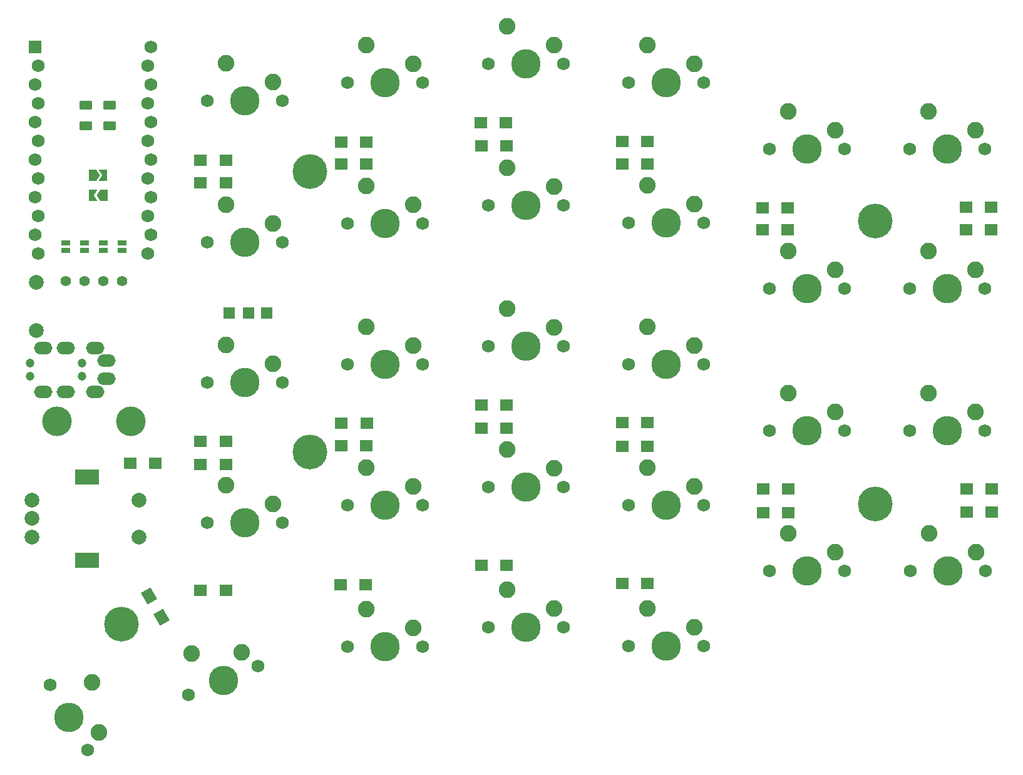
<source format=gts>
G04 #@! TF.GenerationSoftware,KiCad,Pcbnew,(6.0.1)*
G04 #@! TF.CreationDate,2022-07-29T00:13:48+02:00*
G04 #@! TF.ProjectId,SofleKeyboard,536f666c-654b-4657-9962-6f6172642e6b,rev?*
G04 #@! TF.SameCoordinates,Original*
G04 #@! TF.FileFunction,Soldermask,Top*
G04 #@! TF.FilePolarity,Negative*
%FSLAX46Y46*%
G04 Gerber Fmt 4.6, Leading zero omitted, Abs format (unit mm)*
G04 Created by KiCad (PCBNEW (6.0.1)) date 2022-07-29 00:13:48*
%MOMM*%
%LPD*%
G01*
G04 APERTURE LIST*
G04 Aperture macros list*
%AMRoundRect*
0 Rectangle with rounded corners*
0 $1 Rounding radius*
0 $2 $3 $4 $5 $6 $7 $8 $9 X,Y pos of 4 corners*
0 Add a 4 corners polygon primitive as box body*
4,1,4,$2,$3,$4,$5,$6,$7,$8,$9,$2,$3,0*
0 Add four circle primitives for the rounded corners*
1,1,$1+$1,$2,$3*
1,1,$1+$1,$4,$5*
1,1,$1+$1,$6,$7*
1,1,$1+$1,$8,$9*
0 Add four rect primitives between the rounded corners*
20,1,$1+$1,$2,$3,$4,$5,0*
20,1,$1+$1,$4,$5,$6,$7,0*
20,1,$1+$1,$6,$7,$8,$9,0*
20,1,$1+$1,$8,$9,$2,$3,0*%
%AMRotRect*
0 Rectangle, with rotation*
0 The origin of the aperture is its center*
0 $1 length*
0 $2 width*
0 $3 Rotation angle, in degrees counterclockwise*
0 Add horizontal line*
21,1,$1,$2,0,0,$3*%
%AMFreePoly0*
4,1,6,1.000000,0.000000,0.500000,-0.750000,-0.500000,-0.750000,-0.500000,0.750000,0.500000,0.750000,1.000000,0.000000,1.000000,0.000000,$1*%
%AMFreePoly1*
4,1,6,0.500000,-0.750000,-0.650000,-0.750000,-0.150000,0.000000,-0.650000,0.750000,0.500000,0.750000,0.500000,-0.750000,0.500000,-0.750000,$1*%
G04 Aperture macros list end*
%ADD10R,1.752600X1.752600*%
%ADD11C,1.752600*%
%ADD12R,1.143000X0.635000*%
%ADD13R,1.800000X1.500000*%
%ADD14RotRect,1.800000X1.500000X300.000000*%
%ADD15C,1.750000*%
%ADD16C,3.987800*%
%ADD17C,4.000000*%
%ADD18R,1.524000X1.524000*%
%ADD19C,1.397000*%
%ADD20C,2.000000*%
%ADD21R,3.200000X2.000000*%
%ADD22C,1.200000*%
%ADD23O,2.500000X1.700000*%
%ADD24FreePoly0,180.000000*%
%ADD25FreePoly1,180.000000*%
%ADD26FreePoly0,0.000000*%
%ADD27FreePoly1,0.000000*%
%ADD28C,4.700000*%
%ADD29RoundRect,0.250000X-0.625000X0.375000X-0.625000X-0.375000X0.625000X-0.375000X0.625000X0.375000X0*%
%ADD30C,2.250000*%
G04 APERTURE END LIST*
D10*
X92151400Y-42740000D03*
D11*
X92608600Y-45280000D03*
X92151400Y-47820000D03*
X92608600Y-50360000D03*
X92151400Y-52900000D03*
X92608600Y-55440000D03*
X92151400Y-57980000D03*
X92608600Y-60520000D03*
X92151400Y-63060000D03*
X92608600Y-65600000D03*
X92151400Y-68140000D03*
X92608600Y-70680000D03*
X107391400Y-70680000D03*
X107848600Y-68140000D03*
X107391400Y-65600000D03*
X107848600Y-63060000D03*
X107391400Y-60520000D03*
X107848600Y-57980000D03*
X107391400Y-55440000D03*
X107848600Y-52900000D03*
X107391400Y-50360000D03*
X107848600Y-47820000D03*
X107391400Y-45280000D03*
X107848600Y-42740000D03*
D12*
X103900000Y-70200380D03*
X103900000Y-69199620D03*
X101363200Y-70200380D03*
X101363200Y-69199620D03*
X98800000Y-70200380D03*
X98800000Y-69199620D03*
D13*
X114530400Y-58013600D03*
X117930400Y-58013600D03*
X133556800Y-55575200D03*
X136956800Y-55575200D03*
X152427200Y-52933600D03*
X155827200Y-52933600D03*
X171528000Y-55472400D03*
X174928000Y-55472400D03*
X190527200Y-64465200D03*
X193927200Y-64465200D03*
X221460800Y-64362400D03*
X218060800Y-64362400D03*
X114530400Y-61113600D03*
X117930400Y-61113600D03*
X133556800Y-58572400D03*
X136956800Y-58572400D03*
X152527200Y-56133600D03*
X155927200Y-56133600D03*
X171528000Y-58572400D03*
X174928000Y-58572400D03*
X190535200Y-67432400D03*
X193935200Y-67432400D03*
X221460800Y-67462400D03*
X218060800Y-67462400D03*
X114530400Y-96061600D03*
X117930400Y-96061600D03*
X133580400Y-93624400D03*
X136980400Y-93624400D03*
X152528800Y-91186000D03*
X155928800Y-91186000D03*
X171578800Y-93523200D03*
X174978800Y-93523200D03*
X190578000Y-102528000D03*
X193978000Y-102528000D03*
X221511600Y-102481600D03*
X218111600Y-102481600D03*
X114530400Y-99161600D03*
X117930400Y-99161600D03*
X133562000Y-96612000D03*
X136962000Y-96612000D03*
X152528800Y-94286000D03*
X155928800Y-94286000D03*
X171578800Y-96723200D03*
X174978800Y-96723200D03*
X190578000Y-105728000D03*
X193978000Y-105728000D03*
X221538800Y-105664000D03*
X218138800Y-105664000D03*
X105000000Y-99010000D03*
X108400000Y-99010000D03*
D14*
X107570800Y-116943514D03*
X109270800Y-119888000D03*
D13*
X114530400Y-116230400D03*
X117930400Y-116230400D03*
X133478800Y-115417600D03*
X136878800Y-115417600D03*
X152528800Y-112826800D03*
X155928800Y-112826800D03*
D15*
X115420000Y-50000000D03*
X125580000Y-50000000D03*
D16*
X120500000Y-50000000D03*
X120500000Y-69100000D03*
D15*
X115420000Y-69100000D03*
X125580000Y-69100000D03*
X115420000Y-88100000D03*
X125580000Y-88100000D03*
D16*
X120500000Y-88100000D03*
D15*
X115420000Y-107100000D03*
X125580000Y-107100000D03*
D16*
X120500000Y-107100000D03*
X96700000Y-133410000D03*
D15*
X99240000Y-137809409D03*
X94160000Y-129010591D03*
X122276165Y-126415086D03*
D16*
X117600000Y-128400000D03*
D15*
X112923835Y-130384914D03*
X134420000Y-123800000D03*
X144580000Y-123800000D03*
D16*
X139500000Y-123800000D03*
D15*
X163580000Y-121200000D03*
D16*
X158500000Y-121200000D03*
D15*
X153420000Y-121200000D03*
D17*
X95130000Y-93352000D03*
D12*
X96300000Y-70200380D03*
X96300000Y-69199620D03*
D18*
X123500000Y-78710000D03*
X121000000Y-78710000D03*
X118400000Y-78710000D03*
D19*
X96300000Y-74410000D03*
X98840000Y-74410000D03*
X101380000Y-74410000D03*
X103920000Y-74410000D03*
D13*
X171578800Y-115316000D03*
X174978800Y-115316000D03*
D17*
X105130000Y-93336000D03*
D15*
X144580000Y-85600000D03*
X134420000Y-85600000D03*
D16*
X139500000Y-85600000D03*
X139500000Y-104700000D03*
D15*
X134420000Y-104700000D03*
X144580000Y-104700000D03*
D16*
X139500000Y-66600000D03*
D15*
X144580000Y-66600000D03*
X134420000Y-66600000D03*
D16*
X139500000Y-47500000D03*
D15*
X144580000Y-47500000D03*
X134420000Y-47500000D03*
D16*
X158500000Y-83200000D03*
D15*
X163580000Y-83200000D03*
X153420000Y-83200000D03*
X163580000Y-45010000D03*
X153420000Y-45010000D03*
D16*
X158500000Y-45010000D03*
X158500000Y-64100000D03*
D15*
X163580000Y-64100000D03*
X153420000Y-64100000D03*
X163580000Y-102200000D03*
X153420000Y-102200000D03*
D16*
X158500000Y-102200000D03*
D15*
X172420000Y-104700000D03*
D16*
X177500000Y-104700000D03*
D15*
X182580000Y-104700000D03*
X172420000Y-66500000D03*
D16*
X177500000Y-66500000D03*
D15*
X182580000Y-66500000D03*
X182580000Y-123700000D03*
X172420000Y-123700000D03*
D16*
X177500000Y-123700000D03*
D15*
X182580000Y-85600000D03*
D16*
X177500000Y-85600000D03*
D15*
X172420000Y-85600000D03*
X182580000Y-47500000D03*
X172420000Y-47500000D03*
D16*
X177500000Y-47500000D03*
X196500000Y-56500000D03*
D15*
X201580000Y-56500000D03*
X191420000Y-56500000D03*
X191420000Y-113600000D03*
X201580000Y-113600000D03*
D16*
X196500000Y-113600000D03*
D15*
X210420000Y-94600000D03*
X220580000Y-94600000D03*
D16*
X215500000Y-94600000D03*
D15*
X220630000Y-113600000D03*
D16*
X215550000Y-113600000D03*
D15*
X210470000Y-113600000D03*
D16*
X215500000Y-56500000D03*
D15*
X220580000Y-56500000D03*
X210420000Y-56500000D03*
X210420000Y-75400000D03*
X220580000Y-75400000D03*
D16*
X215500000Y-75400000D03*
D15*
X191420000Y-94600000D03*
X201580000Y-94600000D03*
D16*
X196500000Y-94600000D03*
X196500000Y-75400000D03*
D15*
X201580000Y-75400000D03*
X191420000Y-75400000D03*
D20*
X91700000Y-104000000D03*
X91700000Y-109000000D03*
X91700000Y-106500000D03*
D21*
X99200000Y-112100000D03*
X99200000Y-100900000D03*
D20*
X106200000Y-109000000D03*
X106200000Y-104000000D03*
D22*
X91480000Y-87252000D03*
X91480000Y-85502000D03*
X98480000Y-87252000D03*
X98480000Y-85502000D03*
D23*
X100280000Y-89352000D03*
X100280000Y-83402000D03*
X96280000Y-89352000D03*
X96280000Y-83402000D03*
X93280000Y-89352000D03*
X93280000Y-83402000D03*
X101780000Y-87602000D03*
X101780000Y-85152000D03*
D24*
X101425000Y-62810000D03*
D25*
X99975000Y-62810000D03*
D26*
X99950000Y-60110000D03*
D27*
X101400000Y-60110000D03*
D20*
X92280000Y-81052000D03*
X92280000Y-74552000D03*
D28*
X205800000Y-66210000D03*
X103800000Y-120810000D03*
X205800000Y-104510000D03*
X129300000Y-59600000D03*
X129300000Y-97510000D03*
D29*
X102200000Y-50610000D03*
X102200000Y-50610000D03*
X102200000Y-53410000D03*
X102200000Y-53410000D03*
X99000000Y-50610000D03*
X99000000Y-50610000D03*
X99000000Y-53410000D03*
X99000000Y-53410000D03*
D16*
X215500000Y-56500000D03*
D15*
X210420000Y-56500000D03*
X220580000Y-56500000D03*
D30*
X219310000Y-53960000D03*
X212960000Y-51420000D03*
D16*
X158500000Y-121200000D03*
D15*
X153420000Y-121200000D03*
X163580000Y-121200000D03*
D30*
X162310000Y-118660000D03*
X155960000Y-116120000D03*
D15*
X153420000Y-102200000D03*
X163580000Y-102200000D03*
D16*
X158500000Y-102200000D03*
D30*
X162310000Y-99660000D03*
X155960000Y-97120000D03*
D15*
X172420000Y-66500000D03*
D16*
X177500000Y-66500000D03*
D15*
X182580000Y-66500000D03*
D30*
X181310000Y-63960000D03*
X174960000Y-61420000D03*
D15*
X172420000Y-47500000D03*
D16*
X177500000Y-47500000D03*
D15*
X182580000Y-47500000D03*
D30*
X181310000Y-44960000D03*
X174960000Y-42420000D03*
D16*
X139500000Y-123800000D03*
D15*
X144580000Y-123800000D03*
X134420000Y-123800000D03*
D30*
X143310000Y-121260000D03*
X136960000Y-118720000D03*
D15*
X134420000Y-104700000D03*
D16*
X139500000Y-104700000D03*
D15*
X144580000Y-104700000D03*
D30*
X143310000Y-102160000D03*
X136960000Y-99620000D03*
D15*
X201580000Y-113600000D03*
D16*
X196500000Y-113600000D03*
D15*
X191420000Y-113600000D03*
D30*
X200310000Y-111060000D03*
X193960000Y-108520000D03*
D15*
X153420000Y-45010000D03*
D16*
X158500000Y-45010000D03*
D15*
X163580000Y-45010000D03*
D30*
X162310000Y-42470000D03*
X155960000Y-39930000D03*
D15*
X191420000Y-75400000D03*
D16*
X196500000Y-75400000D03*
D15*
X201580000Y-75400000D03*
D30*
X200310000Y-72860000D03*
X193960000Y-70320000D03*
D15*
X191420000Y-56500000D03*
X201580000Y-56500000D03*
D16*
X196500000Y-56500000D03*
D30*
X200310000Y-53960000D03*
X193960000Y-51420000D03*
D16*
X177500000Y-104700000D03*
D15*
X172420000Y-104700000D03*
X182580000Y-104700000D03*
D30*
X181310000Y-102160000D03*
X174960000Y-99620000D03*
D15*
X210470000Y-113600000D03*
X220630000Y-113600000D03*
D16*
X215550000Y-113600000D03*
D30*
X219360000Y-111060000D03*
X213010000Y-108520000D03*
D15*
X112923835Y-130384914D03*
X122276165Y-126415086D03*
D16*
X117600000Y-128400000D03*
D30*
X120114666Y-124573232D03*
X113277004Y-124716292D03*
D16*
X139500000Y-66600000D03*
D15*
X134420000Y-66600000D03*
X144580000Y-66600000D03*
D30*
X143310000Y-64060000D03*
X136960000Y-61520000D03*
D15*
X144580000Y-47500000D03*
X134420000Y-47500000D03*
D16*
X139500000Y-47500000D03*
D30*
X143310000Y-44960000D03*
X136960000Y-42420000D03*
D15*
X220580000Y-75400000D03*
X210420000Y-75400000D03*
D16*
X215500000Y-75400000D03*
D30*
X219310000Y-72860000D03*
X212960000Y-70320000D03*
D15*
X94160000Y-129010591D03*
X99240000Y-137809409D03*
D16*
X96700000Y-133410000D03*
D30*
X100804705Y-135439557D03*
X99829409Y-128670295D03*
D16*
X158500000Y-64100000D03*
D15*
X153420000Y-64100000D03*
X163580000Y-64100000D03*
D30*
X162310000Y-61560000D03*
X155960000Y-59020000D03*
D15*
X182580000Y-123700000D03*
X172420000Y-123700000D03*
D16*
X177500000Y-123700000D03*
D30*
X181310000Y-121160000D03*
X174960000Y-118620000D03*
D15*
X220580000Y-94600000D03*
D16*
X215500000Y-94600000D03*
D15*
X210420000Y-94600000D03*
D30*
X219310000Y-92060000D03*
X212960000Y-89520000D03*
D16*
X120500000Y-50000000D03*
D15*
X125580000Y-50000000D03*
X115420000Y-50000000D03*
D30*
X124310000Y-47460000D03*
X117960000Y-44920000D03*
D16*
X120500000Y-88100000D03*
D15*
X115420000Y-88100000D03*
X125580000Y-88100000D03*
D30*
X124310000Y-85560000D03*
X117960000Y-83020000D03*
D15*
X134420000Y-85600000D03*
D16*
X139500000Y-85600000D03*
D15*
X144580000Y-85600000D03*
D30*
X143310000Y-83060000D03*
X136960000Y-80520000D03*
D15*
X182580000Y-85600000D03*
D16*
X177500000Y-85600000D03*
D15*
X172420000Y-85600000D03*
D30*
X181310000Y-83060000D03*
X174960000Y-80520000D03*
D15*
X115420000Y-69100000D03*
X125580000Y-69100000D03*
D16*
X120500000Y-69100000D03*
D30*
X124310000Y-66560000D03*
X117960000Y-64020000D03*
D15*
X153420000Y-83200000D03*
X163580000Y-83200000D03*
D16*
X158500000Y-83200000D03*
D30*
X162310000Y-80660000D03*
X155960000Y-78120000D03*
D15*
X115420000Y-107100000D03*
D16*
X120500000Y-107100000D03*
D15*
X125580000Y-107100000D03*
D30*
X124310000Y-104560000D03*
X117960000Y-102020000D03*
D16*
X196500000Y-94600000D03*
D15*
X191420000Y-94600000D03*
X201580000Y-94600000D03*
D30*
X200310000Y-92060000D03*
X193960000Y-89520000D03*
M02*

</source>
